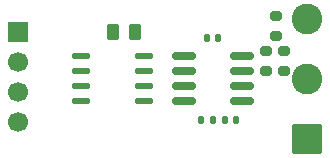
<source format=gbr>
%TF.GenerationSoftware,KiCad,Pcbnew,9.0.7*%
%TF.CreationDate,2026-01-31T03:08:44-08:00*%
%TF.ProjectId,autodir_sch,6175746f-6469-4725-9f73-63682e6b6963,A0*%
%TF.SameCoordinates,PX11a49a0PYbd83a0*%
%TF.FileFunction,Soldermask,Top*%
%TF.FilePolarity,Negative*%
%FSLAX46Y46*%
G04 Gerber Fmt 4.6, Leading zero omitted, Abs format (unit mm)*
G04 Created by KiCad (PCBNEW 9.0.7) date 2026-01-31 03:08:44*
%MOMM*%
%LPD*%
G01*
G04 APERTURE LIST*
G04 Aperture macros list*
%AMRoundRect*
0 Rectangle with rounded corners*
0 $1 Rounding radius*
0 $2 $3 $4 $5 $6 $7 $8 $9 X,Y pos of 4 corners*
0 Add a 4 corners polygon primitive as box body*
4,1,4,$2,$3,$4,$5,$6,$7,$8,$9,$2,$3,0*
0 Add four circle primitives for the rounded corners*
1,1,$1+$1,$2,$3*
1,1,$1+$1,$4,$5*
1,1,$1+$1,$6,$7*
1,1,$1+$1,$8,$9*
0 Add four rect primitives between the rounded corners*
20,1,$1+$1,$2,$3,$4,$5,0*
20,1,$1+$1,$4,$5,$6,$7,0*
20,1,$1+$1,$6,$7,$8,$9,0*
20,1,$1+$1,$8,$9,$2,$3,0*%
G04 Aperture macros list end*
%ADD10RoundRect,0.150000X-0.825000X-0.150000X0.825000X-0.150000X0.825000X0.150000X-0.825000X0.150000X0*%
%ADD11RoundRect,0.250000X-0.262500X-0.450000X0.262500X-0.450000X0.262500X0.450000X-0.262500X0.450000X0*%
%ADD12RoundRect,0.137500X-0.612500X-0.137500X0.612500X-0.137500X0.612500X0.137500X-0.612500X0.137500X0*%
%ADD13RoundRect,0.140000X-0.140000X-0.170000X0.140000X-0.170000X0.140000X0.170000X-0.140000X0.170000X0*%
%ADD14RoundRect,0.200000X0.275000X-0.200000X0.275000X0.200000X-0.275000X0.200000X-0.275000X-0.200000X0*%
%ADD15RoundRect,0.140000X0.140000X0.170000X-0.140000X0.170000X-0.140000X-0.170000X0.140000X-0.170000X0*%
%ADD16RoundRect,0.200000X-0.275000X0.200000X-0.275000X-0.200000X0.275000X-0.200000X0.275000X0.200000X0*%
%ADD17R,1.700000X1.700000*%
%ADD18C,1.700000*%
%ADD19RoundRect,0.250000X1.050000X-1.050000X1.050000X1.050000X-1.050000X1.050000X-1.050000X-1.050000X0*%
%ADD20C,2.600000*%
G04 APERTURE END LIST*
D10*
%TO.C,U2*%
X18525000Y-6095000D03*
X18525000Y-7365000D03*
X18525000Y-8635000D03*
X18525000Y-9905000D03*
X23475000Y-9905000D03*
X23475000Y-8635000D03*
X23475000Y-7365000D03*
X23475000Y-6095000D03*
%TD*%
D11*
%TO.C,J3*%
X12587500Y-4000000D03*
X14412500Y-4000000D03*
%TD*%
D12*
%TO.C,U1*%
X9850000Y-6095000D03*
X9850000Y-7365000D03*
X9850000Y-8635000D03*
X9850000Y-9905000D03*
X15150000Y-9905000D03*
X15150000Y-8635000D03*
X15150000Y-7365000D03*
X15150000Y-6095000D03*
%TD*%
D13*
%TO.C,C1*%
X22040000Y-11500000D03*
X23000000Y-11500000D03*
%TD*%
D14*
%TO.C,R1*%
X27000000Y-7324000D03*
X27000000Y-5674000D03*
%TD*%
%TO.C,R3*%
X26344000Y-4357000D03*
X26344000Y-2707000D03*
%TD*%
D15*
%TO.C,C3*%
X21480000Y-4499000D03*
X20520000Y-4499000D03*
%TD*%
D16*
%TO.C,R2*%
X25500000Y-5674000D03*
X25500000Y-7324000D03*
%TD*%
D15*
%TO.C,C2*%
X21000000Y-11499000D03*
X20040000Y-11499000D03*
%TD*%
D17*
%TO.C,J1*%
X4500000Y-4040000D03*
D18*
X4500000Y-6580000D03*
X4500000Y-9120000D03*
X4500000Y-11660000D03*
%TD*%
D19*
%TO.C,J2*%
X29000000Y-13080000D03*
D20*
X29000000Y-8000000D03*
X29000000Y-2920000D03*
%TD*%
M02*

</source>
